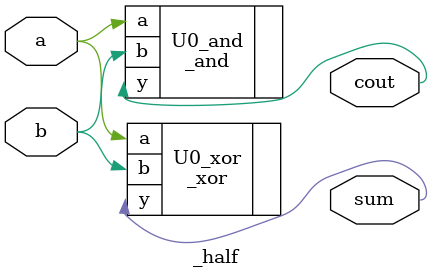
<source format=v>
module _half(input a,b,output cout,sum); // 두 입력의 합과 올림값을 출력하는 module
_and U0_and(.a(a), .b(b), .y(cout));
_xor U0_xor(.a(a), .b(b), .y(sum));
endmodule

</source>
